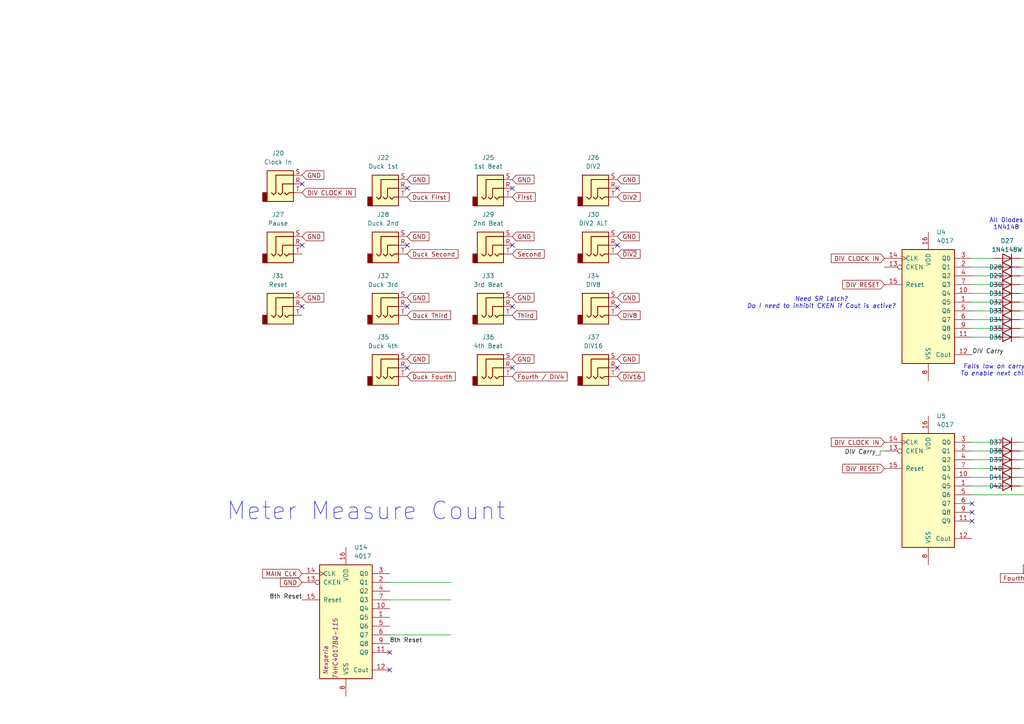
<source format=kicad_sch>
(kicad_sch (version 20231120) (generator "eeschema") (generator_version "8.0")
  (paper "A4")
  (title_block (title "Audio Thing Template") (rev "1.0") (company "velvia-fifty") (comment 1 "https://github.com/velvia-fifty/AudioThings") (comment 2 "You should have changed this already :)") (comment 4 "Stay humble"))
  (junction (at 598.17 53.34))
  (junction (at 603.25 69.85))
  (junction (at 600.71 58.42))
  (junction (at 607.06 68.58))
  (junction (at 318.77 179.07))
  (junction (at 605.79 90.17))
  (junction (at 607.06 53.34))
  (junction (at 598.17 69.85))
  (junction (at 318.77 166.37))
  (junction (at 605.79 72.39))
  (no_connect (at 87.63 53.34))
  (no_connect (at 87.63 88.9))
  (no_connect (at 378.46 337.82))
  (no_connect (at 148.59 71.12))
  (no_connect (at 148.59 106.68))
  (no_connect (at 148.59 54.61))
  (no_connect (at 113.03 194.31))
  (no_connect (at 179.07 54.61))
  (no_connect (at 113.03 189.23))
  (no_connect (at 179.07 88.9))
  (no_connect (at 259.08 332.74))
  (no_connect (at 281.94 151.13))
  (no_connect (at 281.94 148.59))
  (no_connect (at 118.11 88.9))
  (no_connect (at 148.59 88.9))
  (no_connect (at 281.94 146.05))
  (no_connect (at 179.07 71.12))
  (no_connect (at 323.85 341.63))
  (no_connect (at 118.11 106.68))
  (no_connect (at 87.63 71.12))
  (no_connect (at 118.11 54.61))
  (no_connect (at 179.07 106.68))
  (no_connect (at 118.11 71.12))
  (wire (pts (xy 261.62 302.26) (xy 261.62 304.8)))
  (wire (pts (xy 308.61 165.1) (xy 306.07 165.1)))
  (wire (pts (xy 281.94 87.63) (xy 288.29 87.63)))
  (wire (pts (xy 295.91 97.79) (xy 306.07 97.79)))
  (wire (pts (xy 295.91 130.81) (xy 306.07 130.81)))
  (wire (pts (xy 607.06 68.58) (xy 607.06 85.09)))
  (wire (pts (xy 295.91 87.63) (xy 306.07 87.63)))
  (wire (pts (xy 295.91 140.97) (xy 306.07 140.97)))
  (wire (pts (xy 321.31 179.07) (xy 318.77 179.07)))
  (wire (pts (xy 317.5 62.23) (xy 320.04 62.23)))
  (wire (pts (xy 259.08 322.58) (xy 264.16 322.58)))
  (wire (pts (xy 321.31 166.37) (xy 318.77 166.37)))
  (wire (pts (xy 598.17 69.85) (xy 598.17 118.11)))
  (wire (pts (xy 598.17 118.11) (xy 609.6 118.11)))
  (wire (pts (xy 113.03 173.99) (xy 130.81 173.99)))
  (wire (pts (xy 295.91 80.01) (xy 306.07 80.01)))
  (wire (pts (xy 295.91 95.25) (xy 306.07 95.25)))
  (wire (pts (xy 281.94 82.55) (xy 288.29 82.55)))
  (wire (pts (xy 295.91 138.43) (xy 306.07 138.43)))
  (wire (pts (xy 288.29 140.97) (xy 281.94 140.97)))
  (wire (pts (xy 624.84 104.14) (xy 627.38 104.14)))
  (wire (pts (xy 600.71 67.31) (xy 600.71 58.42)))
  (wire (pts (xy 607.06 53.34) (xy 609.6 53.34)))
  (wire (pts (xy 281.94 143.51) (xy 306.07 143.51)))
  (wire (pts (xy 608.33 73.66) (xy 609.6 73.66)))
  (wire (pts (xy 295.91 92.71) (xy 306.07 92.71)))
  (wire (pts (xy 254 132.08) (xy 255.27 132.08)))
  (wire (pts (xy 598.17 69.85) (xy 603.25 69.85)))
  (wire (pts (xy 281.94 95.25) (xy 288.29 95.25)))
  (wire (pts (xy 308.61 62.23) (xy 309.88 62.23)))
  (wire (pts (xy 295.91 85.09) (xy 306.07 85.09)))
  (wire (pts (xy 308.61 180.34) (xy 306.07 180.34)))
  (wire (pts (xy 605.79 50.8) (xy 605.79 72.39)))
  (wire (pts (xy 281.94 97.79) (xy 288.29 97.79)))
  (wire (pts (xy 113.03 168.91) (xy 130.81 168.91)))
  (wire (pts (xy 231.14 308.61) (xy 232.41 308.61)))
  (wire (pts (xy 113.03 184.15) (xy 130.81 184.15)))
  (wire (pts (xy 281.94 130.81) (xy 288.29 130.81)))
  (wire (pts (xy 598.17 53.34) (xy 607.06 53.34)))
  (wire (pts (xy 605.79 90.17) (xy 609.6 90.17)))
  (wire (pts (xy 596.9 64.77) (xy 598.17 64.77)))
  (wire (pts (xy 295.91 135.89) (xy 306.07 135.89)))
  (wire (pts (xy 281.94 135.89) (xy 288.29 135.89)))
  (wire (pts (xy 232.41 307.34) (xy 233.68 307.34)))
  (wire (pts (xy 281.94 80.01) (xy 288.29 80.01)))
  (wire (pts (xy 255.27 130.81) (xy 256.54 130.81)))
  (wire (pts (xy 261.62 304.8) (xy 259.08 304.8)))
  (wire (pts (xy 609.6 85.09) (xy 607.06 85.09)))
  (wire (pts (xy 316.23 165.1) (xy 318.77 165.1)))
  (wire (pts (xy 295.91 133.35) (xy 306.07 133.35)))
  (wire (pts (xy 281.94 138.43) (xy 288.29 138.43)))
  (wire (pts (xy 605.79 101.6) (xy 605.79 90.17)))
  (wire (pts (xy 318.77 167.64) (xy 318.77 166.37)))
  (wire (pts (xy 308.61 177.8) (xy 306.07 177.8)))
  (wire (pts (xy 318.77 180.34) (xy 318.77 179.07)))
  (wire (pts (xy 281.94 133.35) (xy 288.29 133.35)))
  (wire (pts (xy 608.33 69.85) (xy 608.33 73.66)))
  (wire (pts (xy 598.17 50.8) (xy 598.17 53.34)))
  (wire (pts (xy 316.23 180.34) (xy 318.77 180.34)))
  (wire (pts (xy 596.9 69.85) (xy 598.17 69.85)))
  (wire (pts (xy 288.29 92.71) (xy 281.94 92.71)))
  (wire (pts (xy 281.94 128.27) (xy 288.29 128.27)))
  (wire (pts (xy 598.17 64.77) (xy 598.17 53.34)))
  (wire (pts (xy 316.23 167.64) (xy 318.77 167.64)))
  (wire (pts (xy 281.94 90.17) (xy 288.29 90.17)))
  (wire (pts (xy 651.51 78.74) (xy 656.59 78.74)))
  (wire (pts (xy 295.91 74.93) (xy 306.07 74.93)))
  (wire (pts (xy 232.41 308.61) (xy 232.41 307.34)))
  (wire (pts (xy 318.77 166.37) (xy 318.77 165.1)))
  (wire (pts (xy 607.06 53.34) (xy 607.06 68.58)))
  (wire (pts (xy 295.91 128.27) (xy 306.07 128.27)))
  (wire (pts (xy 603.25 69.85) (xy 608.33 69.85)))
  (wire (pts (xy 281.94 85.09) (xy 288.29 85.09)))
  (wire (pts (xy 596.9 67.31) (xy 600.71 67.31)))
  (wire (pts (xy 596.9 72.39) (xy 605.79 72.39)))
  (wire (pts (xy 295.91 77.47) (xy 306.07 77.47)))
  (wire (pts (xy 605.79 72.39) (xy 605.79 90.17)))
  (wire (pts (xy 609.6 68.58) (xy 607.06 68.58)))
  (wire (pts (xy 281.94 74.93) (xy 288.29 74.93)))
  (wire (pts (xy 281.94 77.47) (xy 288.29 77.47)))
  (wire (pts (xy 318.77 179.07) (xy 318.77 177.8)))
  (wire (pts (xy 316.23 177.8) (xy 318.77 177.8)))
  (wire (pts (xy 600.71 58.42) (xy 609.6 58.42)))
  (wire (pts (xy 295.91 90.17) (xy 306.07 90.17)))
  (wire (pts (xy 609.6 101.6) (xy 605.79 101.6)))
  (wire (pts (xy 600.71 50.8) (xy 600.71 58.42)))
  (wire (pts (xy 255.27 132.08) (xy 255.27 130.81)))
  (wire (pts (xy 603.25 50.8) (xy 603.25 69.85)))
  (wire (pts (xy 295.91 82.55) (xy 306.07 82.55)))
  (wire (pts (xy 308.61 167.64) (xy 306.07 167.64)))
  (rectangle (start 108.585 256.54) (end 497.84 462.28))
  (text "Need SR Latch?\nDo I need to inhibit CKEN if Cout is active?" (at 238.252 87.884 0) (effects (font (size 1.27 1.27) (italic yes))))
  (text "Even Beats" (at 312.674 160.782 0) (effects (font (size 1.6764 1.6764) (italic yes))))
  (text "32nd Notes" (at 160.782 339.852 0) (effects (font (size 7.62 7.62))))
  (text "Meter Measure Count" (at 106.172 148.336 0) (effects (font (size 5.08 5.08))))
  (text "Falls low on carry\nTo enable next chip" (at 288.29 107.442 0) (effects (font (size 1.27 1.27) (italic yes))))
  (text "All 4th Beats" (at 317.5 66.548 0) (effects (font (size 1.6764 1.6764) (italic yes))))
  (text "Binary Positioning\n(Do math or consider it fancy random)" (at 602.234 35.306 0) (effects (font (size 1.27 1.27))))
  (text "Odd Beats" (at 312.42 173.99 0) (effects (font (size 1.6764 1.6764) (italic yes))))
  (text "All Diodes\n1N4148" (at 291.846 65.024 0) (effects (font (size 1.27 1.27))))
  (label "ENABLE 3" (at 411.48 405.13 180))
  (label "SUBCLK 2" (at 381 408.94 0))
  (label "SUBRESET1" (at 298.45 321.31 180))
  (label "SUBCLK 1" (at 298.45 313.69 180))
  (label "CARRY 1" (at 259.08 327.66 0))
  (label "ENABLE 2" (at 365.76 406.4 180))
  (label "CARRY 2" (at 323.85 336.55 0))
  (label "SUBRESET2" (at 323.85 313.69 0))
  (label "SUBRESET1" (at 261.62 302.26 90))
  (label "SUBRESET3" (at 406.4 316.23 180))
  (label "8th Reset" (at 87.63 173.99 180))
  (label "ENABLE 1" (at 231.14 308.61 180))
  (label "SUBCLK 3" (at 406.4 308.61 180))
  (label "8th Reset" (at 113.03 186.69 0))
  (label "SUBRESET3" (at 378.46 309.88 0))
  (label "CARRY 2" (at 365.76 411.48 180))
  (label "DIV Carry" (at 254 132.08 180) (effects (font (italic yes))))
  (label "ENABLE 3" (at 353.06 312.42 180))
  (label "SUBRESET2" (at 353.06 317.5 180))
  (label "SUBCLK 2" (at 353.06 309.88 180))
  (label "ENABLE 2" (at 298.45 316.23 180))
  (label "SUBCLK 1" (at 331.47 396.24 0))
  (label "CARRY 3" (at 378.46 332.74 0))
  (label "CARRY 3" (at 411.48 410.21 180))
  (label "CARRY 1" (at 316.23 398.78 180))
  (label "DIV Carry" (at 281.94 102.87 0) (effects (font (italic yes))))
  (label "ENABLE 1" (at 316.23 393.7 180))
  (global_label "Third" (shape input) (at 306.07 128.27 0) (property "Intersheetrefs" "${INTERSHEET_REFS}" (effects (hide yes))))
  (global_label "Second" (shape input) (at 306.07 87.63 0) (property "Intersheetrefs" "${INTERSHEET_REFS}" (effects (hide yes))))
  (global_label "DIV CLOCK IN" (shape input) (at 256.54 74.93 180) (property "Intersheetrefs" "${INTERSHEET_REFS}" (effects (hide yes))))
  (global_label "2 Count" (shape input) (at 636.27 76.2 180) (property "Intersheetrefs" "${INTERSHEET_REFS}" (effects (hide yes))))
  (global_label "GND" (shape input) (at 148.59 68.58 0) (property "Intersheetrefs" "${INTERSHEET_REFS}" (effects (hide yes))))
  (global_label "GND" (shape input) (at 118.11 86.36 0) (property "Intersheetrefs" "${INTERSHEET_REFS}" (effects (hide yes))))
  (global_label "Duck First" (shape input) (at 118.11 57.15 0) (property "Intersheetrefs" "${INTERSHEET_REFS}" (effects (hide yes))))
  (global_label "GND" (shape input) (at 148.59 104.14 0) (property "Intersheetrefs" "${INTERSHEET_REFS}" (effects (hide yes))))
  (global_label "Even" (shape input) (at 238.76 429.26 0) (property "Intersheetrefs" "${INTERSHEET_REFS}" (effects (hide yes))))
  (global_label "Odd" (shape input) (at 238.76 425.45 0) (property "Intersheetrefs" "${INTERSHEET_REFS}" (effects (hide yes))))
  (global_label "5 Count" (shape input) (at 624.84 87.63 0) (property "Intersheetrefs" "${INTERSHEET_REFS}" (effects (hide yes))))
  (global_label "GND" (shape input) (at 87.63 86.36 0) (property "Intersheetrefs" "${INTERSHEET_REFS}" (effects (hide yes))))
  (global_label "First" (shape input) (at 306.07 177.8 180) (property "Intersheetrefs" "${INTERSHEET_REFS}" (effects (hide yes))))
  (global_label "Third" (shape input) (at 306.07 138.43 0) (property "Intersheetrefs" "${INTERSHEET_REFS}" (effects (hide yes))))
  (global_label "GND" (shape input) (at 148.59 86.36 0) (property "Intersheetrefs" "${INTERSHEET_REFS}" (effects (hide yes))))
  (global_label "Second" (shape input) (at 306.07 165.1 180) (property "Intersheetrefs" "${INTERSHEET_REFS}" (effects (hide yes))))
  (global_label "8's Count" (shape input) (at 605.79 50.8 90) (property "Intersheetrefs" "${INTERSHEET_REFS}" (effects (hide yes))))
  (global_label "GND" (shape input) (at 148.59 52.07 0) (property "Intersheetrefs" "${INTERSHEET_REFS}" (effects (hide yes))))
  (global_label "Eighth" (shape input) (at 199.39 406.4 180) (property "Intersheetrefs" "${INTERSHEET_REFS}" (effects (hide yes))))
  (global_label "7 Count" (shape input) (at 624.84 120.65 0) (property "Intersheetrefs" "${INTERSHEET_REFS}" (effects (hide yes))))
  (global_label "GND" (shape input) (at 118.11 68.58 0) (property "Intersheetrefs" "${INTERSHEET_REFS}" (effects (hide yes))))
  (global_label "MAIN RESET" (shape input) (at 233.68 312.42 180) (property "Intersheetrefs" "${INTERSHEET_REFS}" (effects (hide yes))))
  (global_label "DIV16" (shape input) (at 179.07 109.22 0) (property "Intersheetrefs" "${INTERSHEET_REFS}" (effects (hide yes))))
  (global_label "First" (shape input) (at 306.07 95.25 0) (property "Intersheetrefs" "${INTERSHEET_REFS}" (effects (hide yes))))
  (global_label "GND" (shape input) (at 406.4 311.15 180) (property "Intersheetrefs" "${INTERSHEET_REFS}" (effects (hide yes))))
  (global_label "DIV RESET" (shape input) (at 306.07 143.51 0) (property "Intersheetrefs" "${INTERSHEET_REFS}" (effects (hide yes))))
  (global_label "Third" (shape input) (at 306.07 90.17 0) (property "Intersheetrefs" "${INTERSHEET_REFS}" (effects (hide yes))))
  (global_label "GND" (shape input) (at 118.11 104.14 0) (property "Intersheetrefs" "${INTERSHEET_REFS}" (effects (hide yes))))
  (global_label "First" (shape input) (at 306.07 85.09 0) (property "Intersheetrefs" "${INTERSHEET_REFS}" (effects (hide yes))))
  (global_label "Third" (shape input) (at 359.41 104.14 180) (property "Intersheetrefs" "${INTERSHEET_REFS}" (effects (hide yes))))
  (global_label "First" (shape input) (at 199.39 389.89 180) (property "Intersheetrefs" "${INTERSHEET_REFS}" (effects (hide yes))))
  (global_label "Third" (shape input) (at 148.59 91.44 0) (property "Intersheetrefs" "${INTERSHEET_REFS}" (effects (hide yes))))
  (global_label "2's Count" (shape input) (at 600.71 50.8 90) (property "Intersheetrefs" "${INTERSHEET_REFS}" (effects (hide yes))))
  (global_label "Duck Fourth" (shape input) (at 118.11 109.22 0) (property "Intersheetrefs" "${INTERSHEET_REFS}" (effects (hide yes))))
  (global_label "GND" (shape input) (at 87.63 50.8 0) (property "Intersheetrefs" "${INTERSHEET_REFS}" (effects (hide yes))))
  (global_label "Sixth" (shape input) (at 199.39 403.86 180) (property "Intersheetrefs" "${INTERSHEET_REFS}" (effects (hide yes))))
  (global_label "GND" (shape input) (at 118.11 52.07 0) (property "Intersheetrefs" "${INTERSHEET_REFS}" (effects (hide yes))))
  (global_label "Duck Third" (shape input) (at 374.65 104.14 0) (property "Intersheetrefs" "${INTERSHEET_REFS}" (effects (hide yes))))
  (global_label "First" (shape input) (at 148.59 57.15 0) (property "Intersheetrefs" "${INTERSHEET_REFS}" (effects (hide yes))))
  (global_label "DIV8" (shape input) (at 179.07 91.44 0) (property "Intersheetrefs" "${INTERSHEET_REFS}" (effects (hide yes))))
  (global_label "DIV2" (shape input) (at 321.31 166.37 0) (property "Intersheetrefs" "${INTERSHEET_REFS}" (effects (hide yes))))
  (global_label "DIV16" (shape input) (at 308.61 62.23 180) (property "Intersheetrefs" "${INTERSHEET_REFS}" (effects (hide yes))))
  (global_label "Fourth {slash} DIV4" (shape input) (at 148.59 109.22 0) (property "Intersheetrefs" "${INTERSHEET_REFS}" (effects (hide yes))))
  (global_label "Duck First" (shape input) (at 374.65 72.39 0) (property "Intersheetrefs" "${INTERSHEET_REFS}" (effects (hide yes))))
  (global_label "Fourth {slash} DIV4" (shape input) (at 306.07 130.81 0) (property "Intersheetrefs" "${INTERSHEET_REFS}" (effects (hide yes))))
  (global_label "DIV8" (shape input) (at 317.5 62.23 90) (property "Intersheetrefs" "${INTERSHEET_REFS}" (effects (hide yes))))
  (global_label "DIV RESET" (shape input) (at 256.54 82.55 180) (property "Intersheetrefs" "${INTERSHEET_REFS}" (effects (hide yes))))
  (global_label "Second" (shape input) (at 199.39 392.43 180) (property "Intersheetrefs" "${INTERSHEET_REFS}" (effects (hide yes))))
  (global_label "4 Count" (shape input) (at 656.59 78.74 0) (property "Intersheetrefs" "${INTERSHEET_REFS}" (effects (hide yes))))
  (global_label "Duck Second" (shape input) (at 374.65 87.63 0) (property "Intersheetrefs" "${INTERSHEET_REFS}" (effects (hide yes))))
  (global_label "Fourth" (shape input) (at 199.39 397.51 180) (property "Intersheetrefs" "${INTERSHEET_REFS}" (effects (hide yes))))
  (global_label "MAIN CLK" (shape input) (at 200.66 298.45 90) (property "Intersheetrefs" "${INTERSHEET_REFS}" (effects (hide yes))))
  (global_label "2 Count" (shape input) (at 624.84 55.88 0) (property "Intersheetrefs" "${INTERSHEET_REFS}" (effects (hide yes))))
  (global_label "GND" (shape input) (at 179.07 52.07 0) (property "Intersheetrefs" "${INTERSHEET_REFS}" (effects (hide yes))))
  (global_label "First" (shape input) (at 306.07 74.93 0) (property "Intersheetrefs" "${INTERSHEET_REFS}" (effects (hide yes))))
  (global_label "Second" (shape input) (at 306.07 77.47 0) (property "Intersheetrefs" "${INTERSHEET_REFS}" (effects (hide yes))))
  (global_label "DIV RESET" (shape input) (at 256.54 135.89 180) (property "Intersheetrefs" "${INTERSHEET_REFS}" (effects (hide yes))))
  (global_label "DIV8" (shape input) (at 306.07 92.71 0) (property "Intersheetrefs" "${INTERSHEET_REFS}" (effects (hide yes))))
  (global_label "Fourth {slash} DIV4" (shape input) (at 306.07 167.64 180) (property "Intersheetrefs" "${INTERSHEET_REFS}" (effects (hide yes))))
  (global_label "DIV2" (shape input) (at 179.07 57.15 0) (property "Intersheetrefs" "${INTERSHEET_REFS}" (effects (hide yes))))
  (global_label "3 Count" (shape input) (at 624.84 71.12 0) (property "Intersheetrefs" "${INTERSHEET_REFS}" (effects (hide yes))))
  (global_label "5 Count" (shape input) (at 609.6 123.19 180) (property "Intersheetrefs" "${INTERSHEET_REFS}" (effects (hide yes))))
  (global_label "Second" (shape input) (at 148.59 73.66 0) (property "Intersheetrefs" "${INTERSHEET_REFS}" (effects (hide yes))))
  (global_label "DIV CLOCK IN" (shape input) (at 256.54 128.27 180) (property "Intersheetrefs" "${INTERSHEET_REFS}" (effects (hide yes))))
  (global_label "Fourth {slash} DIV4" (shape input) (at 359.41 119.38 180) (property "Intersheetrefs" "${INTERSHEET_REFS}" (effects (hide yes))))
  (global_label "GND" (shape input) (at 87.63 168.91 180) (property "Intersheetrefs" "${INTERSHEET_REFS}" (effects (hide yes))))
  (global_label "Third" (shape input) (at 306.07 180.34 180) (property "Intersheetrefs" "${INTERSHEET_REFS}" (effects (hide yes))))
  (global_label "GND" (shape input) (at 179.07 68.58 0) (property "Intersheetrefs" "${INTERSHEET_REFS}" (effects (hide yes))))
  (global_label "DIV16" (shape input) (at 306.07 140.97 0) (property "Intersheetrefs" "${INTERSHEET_REFS}" (effects (hide yes))))
  (global_label "GND" (shape input) (at 179.07 104.14 0) (property "Intersheetrefs" "${INTERSHEET_REFS}" (effects (hide yes))))
  (global_label "Duck Third" (shape input) (at 118.11 91.44 0) (property "Intersheetrefs" "${INTERSHEET_REFS}" (effects (hide yes))))
  (global_label "1's Count" (shape input) (at 598.17 50.8 90) (property "Intersheetrefs" "${INTERSHEET_REFS}" (effects (hide yes))))
  (global_label "Fourth {slash} DIV4" (shape input) (at 327.66 62.23 0) (property "Intersheetrefs" "${INTERSHEET_REFS}" (effects (hide yes))))
  (global_label "MAIN CLK" (shape input) (at 233.68 304.8 180) (property "Intersheetrefs" "${INTERSHEET_REFS}" (effects (hide yes))))
  (global_label "DIV CLOCK IN" (shape input) (at 87.63 55.88 0) (property "Intersheetrefs" "${INTERSHEET_REFS}" (effects (hide yes))))
  (global_label "Fourth {slash} DIV4" (shape input) (at 306.07 82.55 0) (property "Intersheetrefs" "${INTERSHEET_REFS}" (effects (hide yes))))
  (global_label "4's Count" (shape input) (at 603.25 50.8 90) (property "Intersheetrefs" "${INTERSHEET_REFS}" (effects (hide yes))))
  (global_label "GND" (shape input) (at 87.63 68.58 0) (property "Intersheetrefs" "${INTERSHEET_REFS}" (effects (hide yes))))
  (global_label "Second" (shape input) (at 359.41 87.63 180) (property "Intersheetrefs" "${INTERSHEET_REFS}" (effects (hide yes))))
  (global_label "Third" (shape input) (at 306.07 80.01 0) (property "Intersheetrefs" "${INTERSHEET_REFS}" (effects (hide yes))))
  (global_label "MAIN CLK" (shape input) (at 87.63 166.37 180) (property "Intersheetrefs" "${INTERSHEET_REFS}" (effects (hide yes))))
  (global_label "3 Count" (shape input) (at 636.27 81.28 180) (property "Intersheetrefs" "${INTERSHEET_REFS}" (effects (hide yes))))
  (global_label "~{DIV2}" (shape input) (at 179.07 73.66 0) (property "Intersheetrefs" "${INTERSHEET_REFS}" (effects (hide yes))))
  (global_label "6 Count" (shape input) (at 627.38 104.14 0) (property "Intersheetrefs" "${INTERSHEET_REFS}" (effects (hide yes))))
  (global_label "2 Count" (shape input) (at 609.6 106.68 180) (property "Intersheetrefs" "${INTERSHEET_REFS}" (effects (hide yes))))
  (global_label "Sixteenth" (shape input) (at 199.39 408.94 180) (property "Intersheetrefs" "${INTERSHEET_REFS}" (effects (hide yes))))
  (global_label "Second" (shape input) (at 306.07 97.79 0) (property "Intersheetrefs" "${INTERSHEET_REFS}" (effects (hide yes))))
  (global_label "Duck Second" (shape input) (at 118.11 73.66 0) (property "Intersheetrefs" "${INTERSHEET_REFS}" (effects (hide yes))))
  (global_label "~{DIV2}" (shape input) (at 321.31 179.07 0) (property "Intersheetrefs" "${INTERSHEET_REFS}" (effects (hide yes))))
  (global_label "First" (shape input) (at 306.07 133.35 0) (property "Intersheetrefs" "${INTERSHEET_REFS}" (effects (hide yes))))
  (global_label "First" (shape input) (at 359.41 72.39 180) (property "Intersheetrefs" "${INTERSHEET_REFS}" (effects (hide yes))))
  (global_label "Third" (shape input) (at 199.39 394.97 180) (property "Intersheetrefs" "${INTERSHEET_REFS}" (effects (hide yes))))
  (global_label "GND" (shape input) (at 179.07 86.36 0) (property "Intersheetrefs" "${INTERSHEET_REFS}" (effects (hide yes))))
  (global_label "Second" (shape input) (at 306.07 135.89 0) (property "Intersheetrefs" "${INTERSHEET_REFS}" (effects (hide yes))))
  (global_label "Duck Fourth" (shape input) (at 374.65 119.38 0) (property "Intersheetrefs" "${INTERSHEET_REFS}" (effects (hide yes))))
  (symbol (lib_id "74xx:74LS08") (at 419.1 407.67 0) (unit 3) (on_board no)
    (property "Reference" "U11" (at 419.0917 398.78 0))
    (property "Value" "74LS08" (at 419.0917 401.32 0))
    (property "Footprint" "Package_DFN_QFN:DHVQFN-14-1EP_2.5x3mm_P0.5mm_EP1x1.5mm" (effects (hide yes)))
    (property "Datasheet" "http://www.ti.com/lit/gpn/sn74LS08" (effects (hide yes)))
    (property "Description" "Quad And2" (effects (hide yes)))
    (property "Man" "Nexperia" (at 419.1 406.654 0) (effects (font (italic yes))))
    (property "Field6" "74LVC08A" (at 419.1 408.94 0) (effects (font (italic yes))))
    (property "Field7" "https://www.digikey.com/en/products/detail/nexperia-usa-inc/74LVC08ABQ-115/1023268" (effects (hide yes)))
  )
  (symbol (lib_id "4xxx:4017") (at 419.1 321.31 0) (unit 1) (on_board no)
    (property "Reference" "U13" (at 421.473 300.99 0) (effects (justify left)))
    (property "Value" "4017" (at 421.473 303.53 0) (effects (justify left)))
    (property "Footprint" "Package_DFN_QFN:DHVQFN-16-1EP_2.5x3.5mm_P0.5mm_EP1x2mm" (effects (hide yes)))
    (property "Datasheet" "http://www.intersil.com/content/dam/Intersil/documents/cd40/cd4017bms-22bms.pdf" (effects (hide yes)))
    (property "Description" "Johnson Counter ( 10 outputs )" (effects (hide yes)))
    (property "Manufacturer" "Nexperia" (at 413.258 333.756 90) (effects (font (italic yes))))
    (property "Part Number" "74HC4017BQ-115" (at 416.052 330.454 90) (effects (font (italic yes))))
    (property "Specifications" "https://www.digikey.com/en/products/detail/nexperia-usa-inc/74HC4017BQ-115/1966018" (effects (hide yes)))
  )
  (symbol (lib_id "Connector_Audio:AudioJack3") (at 82.55 53.34 0) (unit 1) (on_board no)
    (property "Reference" "J20" (at 80.645 44.45 0))
    (property "Value" "Clock In" (at 80.645 46.99 0))
    (property "Footprint" "AT-Footprints:SJ3" (effects (hide yes)))
    (property "Description" "Audio Jack, 3 Poles (Stereo / TRS)" (effects (hide yes)))
  )
  (symbol (lib_id "74xx:74LS393") (at 524.51 82.55 0) (unit 3) (on_board no)
    (property "Reference" "U17" (at 530.86 81.2799 0) (effects (justify left)))
    (property "Value" "NEX 74HC393BQ,115" (at 530.86 83.8199 0) (effects (justify left)))
    (property "Footprint" "Package_DFN_QFN:DHVQFN-14-1EP_2.5x3mm_P0.5mm_EP1x1.5mm" (effects (hide yes)))
    (property "Datasheet" "74xx\\74LS393.pdf" (effects (hide yes)))
    (property "Description" "Dual BCD 4-bit counter" (effects (hide yes)))
  )
  (symbol (lib_id "74xx:74LS08") (at 643.89 144.78 0) (unit 5) (on_board no)
    (property "Reference" "U18" (at 650.24 143.5099 0) (effects (justify left)))
    (property "Value" "74HC08" (at 650.24 146.0499 0) (effects (justify left)))
    (property "Footprint" "Package_SO:TSSOP-14_4.4x5mm_P0.65mm" (effects (hide yes)))
    (property "Datasheet" "http://www.ti.com/lit/gpn/sn74LS08" (effects (hide yes)))
    (property "Description" "Quad And2" (effects (hide yes)))
  )
  (symbol (lib_id "Connector_Audio:AudioJack3") (at 113.03 71.12 0) (unit 1) (on_board no)
    (property "Reference" "J28" (at 111.125 62.23 0))
    (property "Value" "Duck 2nd" (at 111.125 64.77 0))
    (property "Footprint" "AT-Footprints:SJ3" (effects (hide yes)))
    (property "Description" "Audio Jack, 3 Poles (Stereo / TRS)" (effects (hide yes)))
  )
  (symbol (lib_id "4xxx:4017") (at 311.15 326.39 0) (unit 1) (on_board no)
    (property "Reference" "U12" (at 313.523 306.07 0) (effects (justify left)))
    (property "Value" "4017" (at 313.523 308.61 0) (effects (justify left)))
    (property "Footprint" "Package_DFN_QFN:DHVQFN-16-1EP_2.5x3.5mm_P0.5mm_EP1x2mm" (effects (hide yes)))
    (property "Datasheet" "http://www.intersil.com/content/dam/Intersil/documents/cd40/cd4017bms-22bms.pdf" (effects (hide yes)))
    (property "Description" "Johnson Counter ( 10 outputs )" (effects (hide yes)))
    (property "Manufacturer" "Nexperia" (at 305.308 338.836 90) (effects (font (italic yes))))
    (property "Part Number" "74HC4017BQ-115" (at 308.102 335.534 90) (effects (font (italic yes))))
    (property "Specifications" "https://www.digikey.com/en/products/detail/nexperia-usa-inc/74HC4017BQ-115/1966018" (effects (hide yes)))
  )
  (symbol (lib_id "Connector_Audio:AudioJack3") (at 143.51 88.9 0) (unit 1) (on_board no)
    (property "Reference" "J33" (at 141.605 80.01 0))
    (property "Value" "3rd Beat" (at 141.605 82.55 0))
    (property "Footprint" "AT-Footprints:SJ3" (effects (hide yes)))
    (property "Description" "Audio Jack, 3 Poles (Stereo / TRS)" (effects (hide yes)))
  )
  (symbol (lib_id "Diode:1N4148W") (at 292.1 128.27 180) (unit 1) (on_board no)
    (property "Reference" "D37" (at 288.798 128.27 0))
    (property "Value" "1N4148W" (effects (hide yes)))
    (property "Footprint" "Diode_SMD:D_SOD-123" (effects (hide yes)))
    (property "Datasheet" "https://www.vishay.com/docs/85748/1n4148w.pdf" (effects (hide yes)))
    (property "Description" "75V 0.15A Fast Switching Diode, SOD-123" (effects (hide yes)))
    (property "Sim.Device" "D" (effects (hide yes)))
    (property "Sim.Pins" "1=K 2=A" (effects (hide yes)))
  )
  (symbol (lib_id "74xx:74LS08") (at 722.63 78.74 0) (unit 3)
    (property "Reference" "U19" (at 722.6217 69.85 0))
    (property "Value" "74HC08" (at 722.6217 72.39 0))
    (property "Footprint" "Package_SO:TSSOP-14_4.4x5mm_P0.65mm" (effects (hide yes)))
    (property "Datasheet" "http://www.ti.com/lit/gpn/sn74LS08" (effects (hide yes)))
    (property "Description" "Quad And2" (effects (hide yes)))
  )
  (symbol (lib_id "74xx:74LS08") (at 308.61 422.91 0) (unit 4) (on_board no)
    (property "Reference" "U11" (at 308.6017 414.02 0))
    (property "Value" "74LS08" (at 308.6017 416.56 0))
    (property "Footprint" "Package_DFN_QFN:DHVQFN-14-1EP_2.5x3mm_P0.5mm_EP1x1.5mm" (effects (hide yes)))
    (property "Datasheet" "http://www.ti.com/lit/gpn/sn74LS08" (effects (hide yes)))
    (property "Description" "Quad And2" (effects (hide yes)))
    (property "Man" "Nexperia" (at 308.61 421.64 0) (effects (font (italic yes))))
    (property "Field6" "74LVC08A" (at 308.61 424.18 0) (effects (font (italic yes))))
    (property "Field7" "https://www.digikey.com/en/products/detail/nexperia-usa-inc/74LVC08ABQ-115/1023268" (effects (hide yes)))
  )
  (symbol (lib_id "4xxx:40106") (at 313.69 262.89 0) (unit 7)
    (property "Reference" "U16" (at 320.04 261.6199 0) (effects (justify left)))
    (property "Value" "40106" (at 320.04 264.1599 0) (effects (justify left)))
    (property "Footprint" "Package_SO:TSSOP-16_4.4x5mm_P0.65mm" (effects (hide yes)))
    (property "Datasheet" "https://assets.nexperia.com/documents/data-sheet/HEF40106B.pdf" (effects (hide yes)))
    (property "Description" "Hex Schmitt trigger inverter" (effects (hide yes)))
  )
  (symbol (lib_id "4xxx:40106") (at 391.16 135.89 0) (unit 5) (on_board no)
    (property "Reference" "U3" (at 391.16 127 0))
    (property "Value" "40106" (at 391.16 129.54 0))
    (property "Footprint" "Package_SO:TSSOP-14_4.4x5mm_P0.65mm" (effects (hide yes)))
    (property "Datasheet" "https://assets.nexperia.com/documents/data-sheet/HEF40106B.pdf" (effects (hide yes)))
    (property "Description" "Hex Schmitt trigger inverter" (effects (hide yes)))
  )
  (symbol (lib_id "Connector_Audio:AudioJack3") (at 143.51 71.12 0) (unit 1) (on_board no)
    (property "Reference" "J29" (at 141.605 62.23 0))
    (property "Value" "2nd Beat" (at 141.605 64.77 0))
    (property "Footprint" "AT-Footprints:SJ3" (effects (hide yes)))
    (property "Description" "Audio Jack, 3 Poles (Stereo / TRS)" (effects (hide yes)))
  )
  (symbol (lib_id "4xxx:40106") (at 260.35 237.49 0) (unit 3)
    (property "Reference" "U16" (at 260.35 228.6 0))
    (property "Value" "40106" (at 260.35 231.14 0))
    (property "Footprint" "Package_SO:TSSOP-16_4.4x5mm_P0.65mm" (effects (hide yes)))
    (property "Datasheet" "https://assets.nexperia.com/documents/data-sheet/HEF40106B.pdf" (effects (hide yes)))
    (property "Description" "Hex Schmitt trigger inverter" (effects (hide yes)))
  )
  (symbol (lib_id "Diode:1N4148W") (at 292.1 87.63 180) (unit 1) (on_board no)
    (property "Reference" "D32" (at 288.798 87.63 0))
    (property "Value" "1N4148W" (effects (hide yes)))
    (property "Footprint" "Diode_SMD:D_SOD-123" (effects (hide yes)))
    (property "Datasheet" "https://www.vishay.com/docs/85748/1n4148w.pdf" (effects (hide yes)))
    (property "Description" "75V 0.15A Fast Switching Diode, SOD-123" (effects (hide yes)))
    (property "Sim.Device" "D" (effects (hide yes)))
    (property "Sim.Pins" "1=K 2=A" (effects (hide yes)))
  )
  (symbol (lib_id "74xx:74LS08") (at 617.22 104.14 0) (unit 1) (on_board no)
    (property "Reference" "U19" (at 617.2117 95.25 0))
    (property "Value" "74HC08" (at 617.2117 97.79 0))
    (property "Footprint" "Package_SO:TSSOP-14_4.4x5mm_P0.65mm" (effects (hide yes)))
    (property "Datasheet" "http://www.ti.com/lit/gpn/sn74LS08" (effects (hide yes)))
    (property "Description" "Quad And2" (effects (hide yes)))
  )
  (symbol (lib_id "Diode:1N4148W") (at 292.1 130.81 180) (unit 1) (on_board no)
    (property "Reference" "D38" (at 288.798 130.81 0))
    (property "Value" "1N4148W" (effects (hide yes)))
    (property "Footprint" "Diode_SMD:D_SOD-123" (effects (hide yes)))
    (property "Datasheet" "https://www.vishay.com/docs/85748/1n4148w.pdf" (effects (hide yes)))
    (property "Description" "75V 0.15A Fast Switching Diode, SOD-123" (effects (hide yes)))
    (property "Sim.Device" "D" (effects (hide yes)))
    (property "Sim.Pins" "1=K 2=A" (effects (hide yes)))
  )
  (symbol (lib_id "Connector_Audio:AudioJack3") (at 143.51 106.68 0) (unit 1) (on_board no)
    (property "Reference" "J36" (at 141.605 97.79 0))
    (property "Value" "4th Beat" (at 141.605 100.33 0))
    (property "Footprint" "AT-Footprints:SJ3" (effects (hide yes)))
    (property "Description" "Audio Jack, 3 Poles (Stereo / TRS)" (effects (hide yes)))
  )
  (symbol (lib_id "4xxx:4017") (at 100.33 179.07 0) (unit 1) (on_board no)
    (property "Reference" "U14" (at 102.703 158.75 0) (effects (justify left)))
    (property "Value" "4017" (at 102.703 161.29 0) (effects (justify left)))
    (property "Footprint" "Package_DFN_QFN:DHVQFN-16-1EP_2.5x3.5mm_P0.5mm_EP1x2mm" (effects (hide yes)))
    (property "Datasheet" "http://www.intersil.com/content/dam/Intersil/documents/cd40/cd4017bms-22bms.pdf" (effects (hide yes)))
    (property "Description" "Johnson Counter ( 10 outputs )" (effects (hide yes)))
    (property "Manufacturer" "Nexperia" (at 94.488 191.516 90) (effects (font (italic yes))))
    (property "Part Number" "74HC4017BQ-115" (at 97.282 188.214 90) (effects (font (italic yes))))
    (property "Specifications" "https://www.digikey.com/en/products/detail/nexperia-usa-inc/74HC4017BQ-115/1966018" (effects (hide yes)))
  )
  (symbol (lib_id "Connector_Audio:AudioJack3") (at 173.99 54.61 0) (unit 1) (on_board no)
    (property "Reference" "J26" (at 172.085 45.72 0))
    (property "Value" "DIV2" (at 172.085 48.26 0))
    (property "Footprint" "AT-Footprints:SJ3" (effects (hide yes)))
    (property "Description" "Audio Jack, 3 Poles (Stereo / TRS)" (effects (hide yes)))
  )
  (symbol (lib_id "Diode:1N4148W") (at 292.1 138.43 180) (unit 1) (on_board no)
    (property "Reference" "D41" (at 288.798 138.43 0))
    (property "Value" "1N4148W" (effects (hide yes)))
    (property "Footprint" "Diode_SMD:D_SOD-123" (effects (hide yes)))
    (property "Datasheet" "https://www.vishay.com/docs/85748/1n4148w.pdf" (effects (hide yes)))
    (property "Description" "75V 0.15A Fast Switching Diode, SOD-123" (effects (hide yes)))
    (property "Sim.Device" "D" (effects (hide yes)))
    (property "Sim.Pins" "1=K 2=A" (effects (hide yes)))
  )
  (symbol (lib_id "4xxx:40106") (at 367.03 72.39 0) (unit 1) (on_board no)
    (property "Reference" "U3" (at 367.03 63.5 0))
    (property "Value" "40106" (at 367.03 66.04 0))
    (property "Footprint" "Package_SO:TSSOP-14_4.4x5mm_P0.65mm" (effects (hide yes)))
    (property "Datasheet" "https://assets.nexperia.com/documents/data-sheet/HEF40106B.pdf" (effects (hide yes)))
    (property "Description" "Hex Schmitt trigger inverter" (effects (hide yes)))
  )
  (symbol (lib_id "Diode:1N4148W") (at 292.1 92.71 180) (unit 1) (on_board no)
    (property "Reference" "D34" (at 288.798 92.71 0))
    (property "Value" "1N4148W" (effects (hide yes)))
    (property "Footprint" "Diode_SMD:D_SOD-123" (effects (hide yes)))
    (property "Datasheet" "https://www.vishay.com/docs/85748/1n4148w.pdf" (effects (hide yes)))
    (property "Description" "75V 0.15A Fast Switching Diode, SOD-123" (effects (hide yes)))
    (property "Sim.Device" "D" (effects (hide yes)))
    (property "Sim.Pins" "1=K 2=A" (effects (hide yes)))
  )
  (symbol (lib_id "Diode:1N4148W") (at 323.85 62.23 180) (unit 1) (on_board no)
    (property "Reference" "D26" (at 320.548 62.23 0))
    (property "Value" "1N4148W" (effects (hide yes)))
    (property "Footprint" "Diode_SMD:D_SOD-123" (effects (hide yes)))
    (property "Datasheet" "https://www.vishay.com/docs/85748/1n4148w.pdf" (effects (hide yes)))
    (property "Description" "75V 0.15A Fast Switching Diode, SOD-123" (effects (hide yes)))
    (property "Sim.Device" "D" (effects (hide yes)))
    (property "Sim.Pins" "1=K 2=A" (effects (hide yes)))
  )
  (symbol (lib_id "74xx:74LS08") (at 373.38 408.94 0) (unit 2) (on_board no)
    (property "Reference" "U11" (at 373.3717 400.05 0))
    (property "Value" "74LS08" (at 373.3717 402.59 0))
    (property "Footprint" "Package_DFN_QFN:DHVQFN-14-1EP_2.5x3mm_P0.5mm_EP1x1.5mm" (effects (hide yes)))
    (property "Datasheet" "http://www.ti.com/lit/gpn/sn74LS08" (effects (hide yes)))
    (property "Description" "Quad And2" (effects (hide yes)))
    (property "Man" "Nexperia" (at 373.126 407.924 0) (effects (font (italic yes))))
    (property "Field6" "74LVC08A" (at 373.38 410.21 0) (effects (font (italic yes))))
    (property "Field7" "https://www.digikey.com/en/products/detail/nexperia-usa-inc/74LVC08ABQ-115/1023268" (effects (hide yes)))
  )
  (symbol (lib_id "Diode:1N4148W") (at 292.1 85.09 180) (unit 1) (on_board no)
    (property "Reference" "D31" (at 288.798 85.09 0))
    (property "Value" "1N4148W" (effects (hide yes)))
    (property "Footprint" "Diode_SMD:D_SOD-123" (effects (hide yes)))
    (property "Datasheet" "https://www.vishay.com/docs/85748/1n4148w.pdf" (effects (hide yes)))
    (property "Description" "75V 0.15A Fast Switching Diode, SOD-123" (effects (hide yes)))
    (property "Sim.Device" "D" (effects (hide yes)))
    (property "Sim.Pins" "1=K 2=A" (effects (hide yes)))
  )
  (symbol (lib_id "Diode:1N4148W") (at 312.42 167.64 180) (unit 1) (on_board no)
    (property "Reference" "D44" (at 309.118 167.64 0))
    (property "Value" "1N4148W" (effects (hide yes)))
    (property "Footprint" "Diode_SMD:D_SOD-123" (effects (hide yes)))
    (property "Datasheet" "https://www.vishay.com/docs/85748/1n4148w.pdf" (effects (hide yes)))
    (property "Description" "75V 0.15A Fast Switching Diode, SOD-123" (effects (hide yes)))
    (property "Sim.Device" "D" (effects (hide yes)))
    (property "Sim.Pins" "1=K 2=A" (effects (hide yes)))
  )
  (symbol (lib_id "4xxx:4017") (at 246.38 317.5 0) (unit 1) (on_board no)
    (property "Reference" "U9" (at 248.753 297.18 0) (effects (justify left)))
    (property "Value" "4017" (at 248.753 299.72 0) (effects (justify left)))
    (property "Footprint" "Package_DFN_QFN:DHVQFN-16-1EP_2.5x3.5mm_P0.5mm_EP1x2mm" (effects (hide yes)))
    (property "Datasheet" "http://www.intersil.com/content/dam/Intersil/documents/cd40/cd4017bms-22bms.pdf" (effects (hide yes)))
    (property "Description" "Johnson Counter ( 10 outputs )" (effects (hide yes)))
    (property "Manufacturer" "Nexperia" (at 240.538 329.946 90) (effects (font (italic yes))))
    (property "Part Number" "74HC4017BQ-115" (at 243.332 326.644 90) (effects (font (italic yes))))
    (property "Specifications" "https://www.digikey.com/en/products/detail/nexperia-usa-inc/74HC4017BQ-115/1966018" (effects (hide yes)))
  )
  (symbol (lib_id "Connector_Audio:AudioJack3") (at 143.51 54.61 0) (unit 1) (on_board no)
    (property "Reference" "J25" (at 141.605 45.72 0))
    (property "Value" "1st Beat" (at 141.605 48.26 0))
    (property "Footprint" "AT-Footprints:SJ3" (effects (hide yes)))
    (property "Description" "Audio Jack, 3 Poles (Stereo / TRS)" (effects (hide yes)))
  )
  (symbol (lib_id "Connector_Audio:AudioJack3") (at 82.55 71.12 0) (unit 1) (on_board no)
    (property "Reference" "J27" (at 80.645 62.23 0))
    (property "Value" "Pause" (at 80.645 64.77 0))
    (property "Footprint" "AT-Footprints:SJ3" (effects (hide yes)))
    (property "Description" "Audio Jack, 3 Poles (Stereo / TRS)" (effects (hide yes)))
  )
  (symbol (lib_id "74xx:74LS08") (at 617.22 55.88 0) (unit 1) (on_board no)
    (property "Reference" "U18" (at 617.2117 46.99 0))
    (property "Value" "74HC08" (at 617.2117 49.53 0))
    (property "Footprint" "Package_SO:TSSOP-14_4.4x5mm_P0.65mm" (effects (hide yes)))
    (property "Datasheet" "http://www.ti.com/lit/gpn/sn74LS08" (effects (hide yes)))
    (property "Description" "Quad And2" (effects (hide yes)))
  )
  (symbol (lib_id "74xx:74LS393") (at 547.37 121.92 0) (unit 2) (on_board no)
    (property "Reference" "U17" (at 547.37 111.76 0))
    (property "Value" "NEX 74HC393BQ,115" (at 547.37 114.3 0))
    (property "Footprint" "Package_DFN_QFN:DHVQFN-14-1EP_2.5x3mm_P0.5mm_EP1x1.5mm" (effects (hide yes)))
    (property "Datasheet" "74xx\\74LS393.pdf" (effects (hide yes)))
    (property "Description" "Dual BCD 4-bit counter" (effects (hide yes)))
  )
  (symbol (lib_id "74xx:74LS08") (at 617.22 120.65 0) (unit 2)
    (property "Reference" "U19" (at 617.2117 111.76 0))
    (property "Value" "74HC08" (at 617.2117 114.3 0))
    (property "Footprint" "Package_SO:TSSOP-14_4.4x5mm_P0.65mm" (effects (hide yes)))
    (property "Datasheet" "http://www.ti.com/lit/gpn/sn74LS08" (effects (hide yes)))
    (property "Description" "Quad And2" (effects (hide yes)))
  )
  (symbol (lib_id "4xxx:40106") (at 411.48 135.89 0) (unit 6) (on_board no)
    (property "Reference" "U3" (at 411.48 127 0))
    (property "Value" "40106" (at 411.48 129.54 0))
    (property "Footprint" "Package_SO:TSSOP-14_4.4x5mm_P0.65mm" (effects (hide yes)))
    (property "Datasheet" "https://assets.nexperia.com/documents/data-sheet/HEF40106B.pdf" (effects (hide yes)))
    (property "Description" "Hex Schmitt trigger inverter" (effects (hide yes)))
  )
  (symbol (lib_id "Connector_Audio:AudioJack3") (at 113.03 54.61 0) (unit 1) (on_board no)
    (property "Reference" "J22" (at 111.125 45.72 0))
    (property "Value" "Duck 1st" (at 111.125 48.26 0))
    (property "Footprint" "AT-Footprints:SJ3" (effects (hide yes)))
    (property "Description" "Audio Jack, 3 Poles (Stereo / TRS)" (effects (hide yes)))
  )
  (symbol (lib_id "Connector_Audio:AudioJack3") (at 82.55 88.9 0) (unit 1) (on_board no)
    (property "Reference" "J31" (at 80.645 80.01 0))
    (property "Value" "Reset" (at 80.645 82.55 0))
    (property "Footprint" "AT-Footprints:SJ3" (effects (hide yes)))
    (property "Description" "Audio Jack, 3 Poles (Stereo / TRS)" (effects (hide yes)))
  )
  (symbol (lib_id "Diode:1N4148W") (at 292.1 95.25 180) (unit 1) (on_board no)
    (property "Reference" "D35" (at 288.798 95.25 0))
    (property "Value" "1N4148W" (effects (hide yes)))
    (property "Footprint" "Diode_SMD:D_SOD-123" (effects (hide yes)))
    (property "Datasheet" "https://www.vishay.com/docs/85748/1n4148w.pdf" (effects (hide yes)))
    (property "Description" "75V 0.15A Fast Switching Diode, SOD-123" (effects (hide yes)))
    (property "Sim.Device" "D" (effects (hide yes)))
    (property "Sim.Pins" "1=K 2=A" (effects (hide yes)))
  )
  (symbol (lib_id "4xxx:40106") (at 331.47 234.95 0) (unit 6)
    (property "Reference" "U16" (at 331.47 226.06 0))
    (property "Value" "40106" (at 331.47 228.6 0))
    (property "Footprint" "Package_SO:TSSOP-16_4.4x5mm_P0.65mm" (effects (hide yes)))
    (property "Datasheet" "https://assets.nexperia.com/documents/data-sheet/HEF40106B.pdf" (effects (hide yes)))
    (property "Description" "Hex Schmitt trigger inverter" (effects (hide yes)))
  )
  (symbol (lib_id "Connector_Audio:AudioJack3") (at 113.03 106.68 0) (unit 1) (on_board no)
    (property "Reference" "J35" (at 111.125 97.79 0))
    (property "Value" "Duck 4th" (at 111.125 100.33 0))
    (property "Footprint" "AT-Footprints:SJ3" (effects (hide yes)))
    (property "Description" "Audio Jack, 3 Poles (Stereo / TRS)" (effects (hide yes)))
  )
  (symbol (lib_id "Diode:1N4148W") (at 313.69 62.23 180) (unit 1) (on_board no)
    (property "Reference" "D25" (at 310.388 62.23 0))
    (property "Value" "1N4148W" (effects (hide yes)))
    (property "Footprint" "Diode_SMD:D_SOD-123" (effects (hide yes)))
    (property "Datasheet" "https://www.vishay.com/docs/85748/1n4148w.pdf" (effects (hide yes)))
    (property "Description" "75V 0.15A Fast Switching Diode, SOD-123" (effects (hide yes)))
    (property "Sim.Device" "D" (effects (hide yes)))
    (property "Sim.Pins" "1=K 2=A" (effects (hide yes)))
  )
  (symbol (lib_id "Diode:1N4148W") (at 292.1 135.89 180) (unit 1) (on_board no)
    (property "Reference" "D40" (at 288.798 135.89 0))
    (property "Value" "1N4148W" (effects (hide yes)))
    (property "Footprint" "Diode_SMD:D_SOD-123" (effects (hide yes)))
    (property "Datasheet" "https://www.vishay.com/docs/85748/1n4148w.pdf" (effects (hide yes)))
    (property "Description" "75V 0.15A Fast Switching Diode, SOD-123" (effects (hide yes)))
    (property "Sim.Device" "D" (effects (hide yes)))
    (property "Sim.Pins" "1=K 2=A" (effects (hide yes)))
  )
  (symbol (lib_id "Connector_Audio:AudioJack3") (at 173.99 106.68 0) (unit 1) (on_board no)
    (property "Reference" "J37" (at 172.085 97.79 0))
    (property "Value" "DIV16" (at 172.085 100.33 0))
    (property "Footprint" "AT-Footprints:SJ3" (effects (hide yes)))
    (property "Description" "Audio Jack, 3 Poles (Stereo / TRS)" (effects (hide yes)))
  )
  (symbol (lib_id "4xxx:40106") (at 367.03 104.14 0) (unit 3) (on_board no)
    (property "Reference" "U3" (at 367.03 95.25 0))
    (property "Value" "40106" (at 367.03 97.79 0))
    (property "Footprint" "Package_SO:TSSOP-14_4.4x5mm_P0.65mm" (effects (hide yes)))
    (property "Datasheet" "https://assets.nexperia.com/documents/data-sheet/HEF40106B.pdf" (effects (hide yes)))
    (property "Description" "Hex Schmitt trigger inverter" (effects (hide yes)))
  )
  (symbol (lib_id "Diode:1N4148W") (at 292.1 77.47 180) (unit 1) (on_board no)
    (property "Reference" "D28" (at 288.798 77.47 0))
    (property "Value" "1N4148W" (effects (hide yes)))
    (property "Footprint" "Diode_SMD:D_SOD-123" (effects (hide yes)))
    (property "Datasheet" "https://www.vishay.com/docs/85748/1n4148w.pdf" (effects (hide yes)))
    (property "Description" "75V 0.15A Fast Switching Diode, SOD-123" (effects (hide yes)))
    (property "Sim.Device" "D" (effects (hide yes)))
    (property "Sim.Pins" "1=K 2=A" (effects (hide yes)))
  )
  (symbol (lib_id "74xx:74LS393") (at 584.2 67.31 0) (unit 1) (on_board no)
    (property "Reference" "U17" (at 584.2 57.15 0))
    (property "Value" "NEX 74HC393BQ,115" (at 584.2 59.69 0))
    (property "Footprint" "Package_DFN_QFN:DHVQFN-14-1EP_2.5x3mm_P0.5mm_EP1x1.5mm" (effects (hide yes)))
    (property "Datasheet" "74xx\\74LS393.pdf" (effects (hide yes)))
    (property "Description" "Dual BCD 4-bit counter" (effects (hide yes)))
  )
  (symbol (lib_id "Diode:1N4148W") (at 292.1 90.17 180) (unit 1) (on_board no)
    (property "Reference" "D33" (at 288.798 90.17 0))
    (property "Value" "1N4148W" (effects (hide yes)))
    (property "Footprint" "Diode_SMD:D_SOD-123" (effects (hide yes)))
    (property "Datasheet" "https://www.vishay.com/docs/85748/1n4148w.pdf" (effects (hide yes)))
    (property "Description" "75V 0.15A Fast Switching Diode, SOD-123" (effects (hide yes)))
    (property "Sim.Device" "D" (effects (hide yes)))
    (property "Sim.Pins" "1=K 2=A" (effects (hide yes)))
  )
  (symbol (lib_id "4xxx:40106") (at 401.32 158.75 0) (unit 7) (on_board no)
    (property "Reference" "U3" (at 407.67 157.4799 0) (effects (justify left)))
    (property "Value" "40106" (at 407.67 160.0199 0) (effects (justify left)))
    (property "Footprint" "Package_SO:TSSOP-14_4.4x5mm_P0.65mm" (effects (hide yes)))
    (property "Datasheet" "https://assets.nexperia.com/documents/data-sheet/HEF40106B.pdf" (effects (hide yes)))
    (property "Description" "Hex Schmitt trigger inverter" (effects (hide yes)))
  )
  (symbol (lib_id "Diode:1N4148W") (at 292.1 97.79 180) (unit 1) (on_board no)
    (property "Reference" "D36" (at 288.798 97.79 0))
    (property "Value" "1N4148W" (effects (hide yes)))
    (property "Footprint" "Diode_SMD:D_SOD-123" (effects (hide yes)))
    (property "Datasheet" "https://www.vishay.com/docs/85748/1n4148w.pdf" (effects (hide yes)))
    (property "Description" "75V 0.15A Fast Switching Diode, SOD-123" (effects (hide yes)))
    (property "Sim.Device" "D" (effects (hide yes)))
    (property "Sim.Pins" "1=K 2=A" (effects (hide yes)))
  )
  (symbol (lib_id "74xx:74LS08") (at 617.22 87.63 0) (unit 4) (on_board no)
    (property "Reference" "U18" (at 617.2117 78.74 0))
    (property "Value" "74HC08" (at 617.2117 81.28 0))
    (property "Footprint" "Package_SO:TSSOP-14_4.4x5mm_P0.65mm" (effects (hide yes)))
    (property "Datasheet" "http://www.ti.com/lit/gpn/sn74LS08" (effects (hide yes)))
    (property "Description" "Quad And2" (effects (hide yes)))
  )
  (symbol (lib_id "Diode:1N4148W") (at 292.1 80.01 180) (unit 1) (on_board no)
    (property "Reference" "D29" (at 288.798 80.01 0))
    (property "Value" "1N4148W" (effects (hide yes)))
    (property "Footprint" "Diode_SMD:D_SOD-123" (effects (hide yes)))
    (property "Datasheet" "https://www.vishay.com/docs/85748/1n4148w.pdf" (effects (hide yes)))
    (property "Description" "75V 0.15A Fast Switching Diode, SOD-123" (effects (hide yes)))
    (property "Sim.Device" "D" (effects (hide yes)))
    (property "Sim.Pins" "1=K 2=A" (effects (hide yes)))
  )
  (symbol (lib_id "74xx:74LS08") (at 274.32 412.75 0) (unit 5) (on_board no)
    (property "Reference" "U11" (at 280.67 411.4799 0) (effects (justify left)))
    (property "Value" "74LS08" (at 280.67 414.0199 0) (effects (justify left)))
    (property "Footprint" "Package_DFN_QFN:DHVQFN-14-1EP_2.5x3mm_P0.5mm_EP1x1.5mm" (effects (hide yes)))
    (property "Datasheet" "http://www.ti.com/lit/gpn/sn74LS08" (effects (hide yes)))
    (property "Description" "Quad And2" (effects (hide yes)))
    (property "Man" "Nexperia" (at 271.272 412.75 90) (effects (font (italic yes))))
    (property "Field6" "74LVC08A" (at 277.368 412.75 90) (effects (font (italic yes))))
    (property "Field7" "https://www.digikey.com/en/products/detail/nexperia-usa-inc/74LVC08ABQ-115/1023268" (effects (hide yes)))
  )
  (symbol (lib_id "74xx:74LS08") (at 643.89 78.74 0) (unit 3) (on_board no)
    (property "Reference" "U18" (at 643.8817 69.85 0))
    (property "Value" "74HC08" (at 643.8817 72.39 0))
    (property "Footprint" "Package_SO:TSSOP-14_4.4x5mm_P0.65mm" (effects (hide yes)))
    (property "Datasheet" "http://www.ti.com/lit/gpn/sn74LS08" (effects (hide yes)))
    (property "Description" "Quad And2" (effects (hide yes)))
  )
  (symbol (lib_id "Diode:1N4148W") (at 292.1 133.35 180) (unit 1) (on_board no)
    (property "Reference" "D39" (at 288.798 133.35 0))
    (property "Value" "1N4148W" (effects (hide yes)))
    (property "Footprint" "Diode_SMD:D_SOD-123" (effects (hide yes)))
    (property "Datasheet" "https://www.vishay.com/docs/85748/1n4148w.pdf" (effects (hide yes)))
    (property "Description" "75V 0.15A Fast Switching Diode, SOD-123" (effects (hide yes)))
    (property "Sim.Device" "D" (effects (hide yes)))
    (property "Sim.Pins" "1=K 2=A" (effects (hide yes)))
  )
  (symbol (lib_id "4xxx:40106") (at 266.7 261.62 0) (unit 4)
    (property "Reference" "U16" (at 266.7 252.73 0))
    (property "Value" "40106" (at 266.7 255.27 0))
    (property "Footprint" "Package_SO:TSSOP-16_4.4x5mm_P0.65mm" (effects (hide yes)))
    (property "Datasheet" "https://assets.nexperia.com/documents/data-sheet/HEF40106B.pdf" (effects (hide yes)))
    (property "Description" "Hex Schmitt trigger inverter" (effects (hide yes)))
  )
  (symbol (lib_id "4xxx:4017") (at 269.24 87.63 0) (unit 1) (on_board no)
    (property "Reference" "U4" (at 271.613 67.31 0) (effects (justify left)))
    (property "Value" "4017" (at 271.613 69.85 0) (effects (justify left)))
    (property "Footprint" "Package_SO:TSSOP-14_4.4x5mm_P0.65mm" (effects (hide yes)))
    (property "Datasheet" "http://www.intersil.com/content/dam/Intersil/documents/cd40/cd4017bms-22bms.pdf" (effects (hide yes)))
    (property "Description" "Johnson Counter ( 10 outputs )" (effects (hide yes)))
  )
  (symbol (lib_id "Connector_Audio:AudioJack3") (at 113.03 88.9 0) (unit 1) (on_board no)
    (property "Reference" "J32" (at 111.125 80.01 0))
    (property "Value" "Duck 3rd" (at 111.125 82.55 0))
    (property "Footprint" "AT-Footprints:SJ3" (effects (hide yes)))
    (property "Description" "Audio Jack, 3 Poles (Stereo / TRS)" (effects (hide yes)))
  )
  (symbol (lib_id "74xx:74LS08") (at 617.22 71.12 0) (unit 2) (on_board no)
    (property "Reference" "U18" (at 617.2117 62.23 0))
    (property "Value" "74HC08" (at 617.2117 64.77 0))
    (property "Footprint" "Package_SO:TSSOP-14_4.4x5mm_P0.65mm" (effects (hide yes)))
    (property "Datasheet" "http://www.ti.com/lit/gpn/sn74LS08" (effects (hide yes)))
    (property "Description" "Quad And2" (effects (hide yes)))
  )
  (symbol (lib_id "4xxx:4017") (at 365.76 322.58 0) (unit 1) (on_board no)
    (property "Reference" "U10" (at 368.133 302.26 0) (effects (justify left)))
    (property "Value" "4017" (at 368.133 304.8 0) (effects (justify left)))
    (property "Footprint" "Package_DFN_QFN:DHVQFN-16-1EP_2.5x3.5mm_P0.5mm_EP1x2mm" (effects (hide yes)))
    (property "Datasheet" "http://www.intersil.com/content/dam/Intersil/documents/cd40/cd4017bms-22bms.pdf" (effects (hide yes)))
    (property "Description" "Johnson Counter ( 10 outputs )" (effects (hide yes)))
    (property "Manufacturer" "Nexperia" (at 359.918 335.026 90) (effects (font (italic yes))))
    (property "Part Number" "74HC4017BQ-115" (at 362.712 331.724 90) (effects (font (italic yes))))
    (property "Specifications" "https://www.digikey.com/en/products/detail/nexperia-usa-inc/74HC4017BQ-115/1966018" (effects (hide yes)))
  )
  (symbol (lib_id "Connector_Audio:AudioJack3") (at 173.99 71.12 0) (unit 1) (on_board no)
    (property "Reference" "J30" (at 172.085 62.23 0))
    (property "Value" "DIV2 ALT" (at 172.085 64.77 0))
    (property "Footprint" "AT-Footprints:SJ3" (effects (hide yes)))
    (property "Description" "Audio Jack, 3 Poles (Stereo / TRS)" (effects (hide yes)))
  )
  (symbol (lib_id "Diode:1N4148W") (at 292.1 82.55 180) (unit 1) (on_board no)
    (property "Reference" "D30" (at 288.798 82.55 0))
    (property "Value" "1N4148W" (effects (hide yes)))
    (property "Footprint" "Diode_SMD:D_SOD-123" (effects (hide yes)))
    (property "Datasheet" "https://www.vishay.com/docs/85748/1n4148w.pdf" (effects (hide yes)))
    (property "Description" "75V 0.15A Fast Switching Diode, SOD-123" (effects (hide yes)))
    (property "Sim.Device" "D" (effects (hide yes)))
    (property "Sim.Pins" "1=K 2=A" (effects (hide yes)))
  )
  (symbol (lib_id "4xxx:4017") (at 269.24 140.97 0) (unit 1) (on_board no)
    (property "Reference" "U5" (at 271.613 120.65 0) (effects (justify left)))
    (property "Value" "4017" (at 271.613 123.19 0) (effects (justify left)))
    (property "Footprint" "Package_SO:TSSOP-14_4.4x5mm_P0.65mm" (effects (hide yes)))
    (property "Datasheet" "http://www.intersil.com/content/dam/Intersil/documents/cd40/cd4017bms-22bms.pdf" (effects (hide yes)))
    (property "Description" "Johnson Counter ( 10 outputs )" (effects (hide yes)))
  )
  (symbol (lib_id "Diode:1N4148W") (at 312.42 177.8 180) (unit 1) (on_board no)
    (property "Reference" "D45" (at 309.118 177.8 0))
    (property "Value" "1N4148W" (effects (hide yes)))
    (property "Footprint" "Diode_SMD:D_SOD-123" (effects (hide yes)))
    (property "Datasheet" "https://www.vishay.com/docs/85748/1n4148w.pdf" (effects (hide yes)))
    (property "Description" "75V 0.15A Fast Switching Diode, SOD-123" (effects (hide yes)))
    (property "Sim.Device" "D" (effects (hide yes)))
    (property "Sim.Pins" "1=K 2=A" (effects (hide yes)))
  )
  (symbol (lib_id "4xxx:40106") (at 303.53 237.49 0) (unit 5)
    (property "Reference" "U16" (at 303.53 228.6 0))
    (property "Value" "40106" (at 303.53 231.14 0))
    (property "Footprint" "Package_SO:TSSOP-16_4.4x5mm_P0.65mm" (effects (hide yes)))
    (property "Datasheet" "https://assets.nexperia.com/documents/data-sheet/HEF40106B.pdf" (effects (hide yes)))
    (property "Description" "Hex Schmitt trigger inverter" (effects (hide yes)))
  )
  (symbol (lib_id "74xx:74LS08") (at 323.85 396.24 0) (unit 1) (on_board no)
    (property "Reference" "U11" (at 323.8417 387.35 0))
    (property "Value" "74LS08" (at 323.8417 389.89 0))
    (property "Footprint" "Package_DFN_QFN:DHVQFN-14-1EP_2.5x3mm_P0.5mm_EP1x1.5mm" (effects (hide yes)))
    (property "Datasheet" "http://www.ti.com/lit/gpn/sn74LS08" (effects (hide yes)))
    (property "Description" "Quad And2" (effects (hide yes)))
    (property "Man" "Nexperia" (at 323.85 394.97 0) (effects (font (italic yes))))
    (property "Field6" "74LVC08A" (at 323.85 397.51 0) (effects (font (italic yes))))
    (property "Field7" "https://www.digikey.com/en/products/detail/nexperia-usa-inc/74LVC08ABQ-115/1023268" (effects (hide yes)))
  )
  (symbol (lib_id "Diode:1N4148W") (at 312.42 180.34 180) (unit 1) (on_board no)
    (property "Reference" "D46" (at 309.118 180.34 0))
    (property "Value" "1N4148W" (effects (hide yes)))
    (property "Footprint" "Diode_SMD:D_SOD-123" (effects (hide yes)))
    (property "Datasheet" "https://www.vishay.com/docs/85748/1n4148w.pdf" (effects (hide yes)))
    (property "Description" "75V 0.15A Fast Switching Diode, SOD-123" (effects (hide yes)))
    (property "Sim.Device" "D" (effects (hide yes)))
    (property "Sim.Pins" "1=K 2=A" (effects (hide yes)))
  )
  (symbol (lib_id "Diode:1N4148W") (at 312.42 165.1 180) (unit 1) (on_board no)
    (property "Reference" "D43" (at 309.118 165.1 0))
    (property "Value" "1N4148W" (effects (hide yes)))
    (property "Footprint" "Diode_SMD:D_SOD-123" (effects (hide yes)))
    (property "Datasheet" "https://www.vishay.com/docs/85748/1n4148w.pdf" (effects (hide yes)))
    (property "Description" "75V 0.15A Fast Switching Diode, SOD-123" (effects (hide yes)))
    (property "Sim.Device" "D" (effects (hide yes)))
    (property "Sim.Pins" "1=K 2=A" (effects (hide yes)))
  )
  (symbol (lib_id "4xxx:40106") (at 367.03 119.38 0) (unit 4) (on_board no)
    (property "Reference" "U3" (at 367.03 110.49 0))
    (property "Value" "40106" (at 367.03 113.03 0))
    (property "Footprint" "Package_SO:TSSOP-14_4.4x5mm_P0.65mm" (effects (hide yes)))
    (property "Datasheet" "https://assets.nexperia.com/documents/data-sheet/HEF40106B.pdf" (effects (hide yes)))
    (property "Description" "Hex Schmitt trigger inverter" (effects (hide yes)))
  )
  (symbol (lib_id "Connector_Audio:AudioJack3") (at 173.99 88.9 0) (unit 1) (on_board no)
    (property "Reference" "J34" (at 172.085 80.01 0))
    (property "Value" "DIV8" (at 172.085 82.55 0))
    (property "Footprint" "AT-Footprints:SJ3" (effects (hide yes)))
    (property "Description" "Audio Jack, 3 Poles (Stereo / TRS)" (effects (hide yes)))
  )
  (symbol (lib_id "74xx:74LS08") (at 722.63 144.78 0) (unit 5)
    (property "Reference" "U19" (at 728.98 143.5099 0) (effects (justify left)))
    (property "Value" "74HC08" (at 728.98 146.0499 0) (effects (justify left)))
    (property "Footprint" "Package_SO:TSSOP-14_4.4x5mm_P0.65mm" (effects (hide yes)))
    (property "Datasheet" "http://www.ti.com/lit/gpn/sn74LS08" (effects (hide yes)))
    (property "Description" "Quad And2" (effects (hide yes)))
  )
  (symbol (lib_id "Diode:1N4148W") (at 292.1 140.97 180) (unit 1) (on_board no)
    (property "Reference" "D42" (at 288.798 140.97 0))
    (property "Value" "1N4148W" (effects (hide yes)))
    (property "Footprint" "Diode_SMD:D_SOD-123" (effects (hide yes)))
    (property "Datasheet" "https://www.vishay.com/docs/85748/1n4148w.pdf" (effects (hide yes)))
    (property "Description" "75V 0.15A Fast Switching Diode, SOD-123" (effects (hide yes)))
    (property "Sim.Device" "D" (effects (hide yes)))
    (property "Sim.Pins" "1=K 2=A" (effects (hide yes)))
  )
  (symbol (lib_id "Diode:1N4148W") (at 292.1 74.93 180) (unit 1) (on_board no)
    (property "Reference" "D27" (at 292.1 69.85 0))
    (property "Value" "1N4148W" (at 292.1 72.39 0))
    (property "Footprint" "Diode_SMD:D_SOD-123" (effects (hide yes)))
    (property "Datasheet" "https://www.vishay.com/docs/85748/1n4148w.pdf" (effects (hide yes)))
    (property "Description" "75V 0.15A Fast Switching Diode, SOD-123" (effects (hide yes)))
    (property "Sim.Device" "D" (effects (hide yes)))
    (property "Sim.Pins" "1=K 2=A" (effects (hide yes)))
  )
  (symbol (lib_id "4xxx:40106") (at 256.54 219.71 0) (unit 2)
    (property "Reference" "U16" (at 256.54 210.82 0))
    (property "Value" "40106" (at 256.54 213.36 0))
    (property "Footprint" "Package_SO:TSSOP-16_4.4x5mm_P0.65mm" (effects (hide yes)))
    (property "Datasheet" "https://assets.nexperia.com/documents/data-sheet/HEF40106B.pdf" (effects (hide yes)))
    (property "Description" "Hex Schmitt trigger inverter" (effects (hide yes)))
  )
  (symbol (lib_id "4xxx:40106") (at 367.03 87.63 0) (unit 2) (on_board no)
    (property "Reference" "U3" (at 367.03 78.74 0))
    (property "Value" "40106" (at 367.03 81.28 0))
    (property "Footprint" "Package_SO:TSSOP-14_4.4x5mm_P0.65mm" (effects (hide yes)))
    (property "Datasheet" "https://assets.nexperia.com/documents/data-sheet/HEF40106B.pdf" (effects (hide yes)))
    (property "Description" "Hex Schmitt trigger inverter" (effects (hide yes)))
  )
)
</source>
